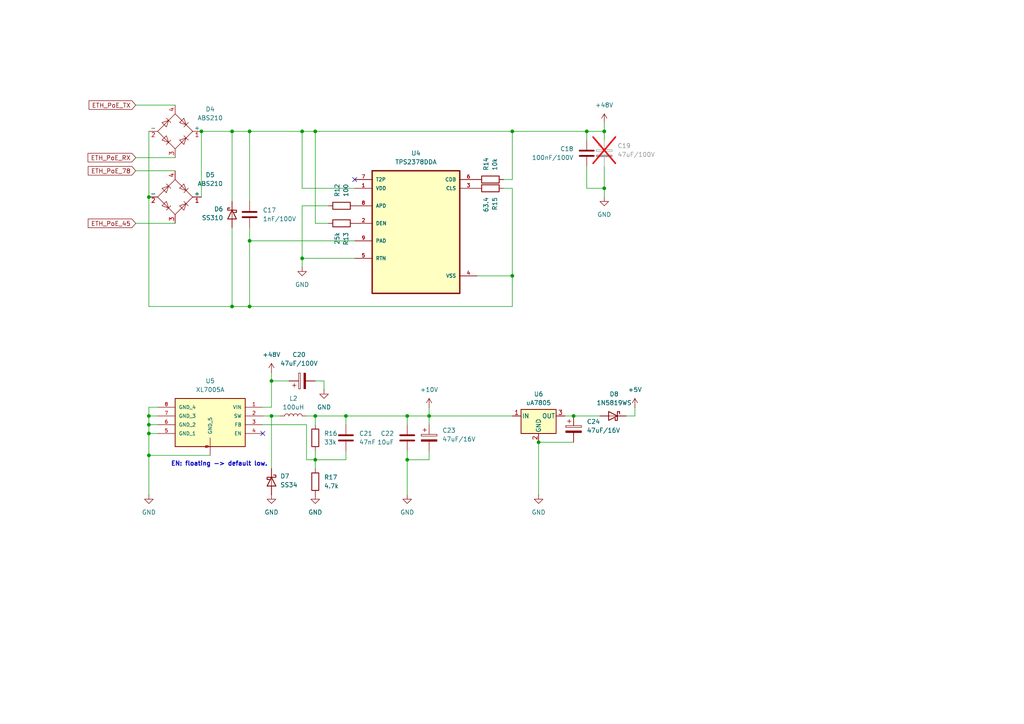
<source format=kicad_sch>
(kicad_sch (version 20231120) (generator "eeschema") (generator_version "8.0")
  (paper "A4")
  (lib_symbols
    (symbol "Device:C" (pin_numbers hide) (pin_names (offset 0.254))
      (property "Reference" "C" (at 0.635 2.54 0))
      (property "Value" "C" (at 0.635 -2.54 0))
      (symbol "C_0_1"
        (polyline (pts (xy -2.032 -0.762) (xy 2.032 -0.762)) (stroke (width 0.508)))
        (polyline (pts (xy -2.032 0.762) (xy 2.032 0.762)) (stroke (width 0.508)))
      )
      (symbol "C_1_1"
        (pin passive line (at 0 3.81 270) (length 2.794) (name "~") (number "1"))
        (pin passive line (at 0 -3.81 90) (length 2.794) (name "~") (number "2"))
      )
    )
    (symbol "Device:C_Polarized" (pin_numbers hide) (pin_names (offset 0.254))
      (property "Reference" "C" (at 0.635 2.54 0))
      (property "Value" "C_Polarized" (at 0.635 -2.54 0))
      (symbol "C_Polarized_0_1"
        (rectangle (start -2.286 0.508) (end 2.286 1.016))
        (polyline (pts (xy -1.778 2.286) (xy -0.762 2.286)))
        (polyline (pts (xy -1.27 2.794) (xy -1.27 1.778)))
        (rectangle (start 2.286 -0.508) (end -2.286 -1.016) (fill (type outline)))
      )
      (symbol "C_Polarized_1_1"
        (pin passive line (at 0 3.81 270) (length 2.794) (name "~") (number "1"))
        (pin passive line (at 0 -3.81 90) (length 2.794) (name "~") (number "2"))
      )
    )
    (symbol "Device:L" (pin_numbers hide) (pin_names (offset 1.016) hide)
      (property "Reference" "L" (at -1.27 0 90))
      (property "Value" "L" (at 1.905 0 90))
      (symbol "L_0_1"
        (arc (start 0 -2.54) (mid 0.6323 -1.905) (end 0 -1.27))
        (arc (start 0 -1.27) (mid 0.6323 -0.635) (end 0 0))
        (arc (start 0 0) (mid 0.6323 0.635) (end 0 1.27))
        (arc (start 0 1.27) (mid 0.6323 1.905) (end 0 2.54))
      )
      (symbol "L_1_1"
        (pin passive line (at 0 3.81 270) (length 1.27) (name "1") (number "1"))
        (pin passive line (at 0 -3.81 90) (length 1.27) (name "2") (number "2"))
      )
    )
    (symbol "Device:R" (pin_numbers hide) (pin_names (offset 0))
      (property "Reference" "R" (at 2.032 0 90))
      (property "Value" "R" (at 0 0 90))
      (symbol "R_0_1"
        (rectangle (start -1.016 -2.54) (end 1.016 2.54) (stroke (width 0.254)))
      )
      (symbol "R_1_1"
        (pin passive line (at 0 3.81 270) (length 1.27) (name "~") (number "1"))
        (pin passive line (at 0 -3.81 90) (length 1.27) (name "~") (number "2"))
      )
    )
    (symbol "Diode:1N5819WS" (pin_numbers hide) (pin_names (offset 1.016) hide)
      (property "Reference" "D" (at 0 2.54 0))
      (property "Value" "1N5819WS" (at 0 -2.54 0))
      (symbol "1N5819WS_0_1"
        (polyline (pts (xy 1.27 0) (xy -1.27 0)))
        (polyline (pts (xy 1.27 1.27) (xy 1.27 -1.27) (xy -1.27 0) (xy 1.27 1.27)) (stroke (width 0.254)))
        (polyline (pts (xy -1.905 0.635) (xy -1.905 1.27) (xy -1.27 1.27) (xy -1.27 -1.27) (xy -0.635 -1.27) (xy -0.635 -0.635)) (stroke (width 0.254)))
      )
      (symbol "1N5819WS_1_1"
        (pin passive line (at -3.81 0 0) (length 2.54) (name "K") (number "1"))
        (pin passive line (at 3.81 0 180) (length 2.54) (name "A") (number "2"))
      )
    )
    (symbol "Diode:SS310" (pin_numbers hide) (pin_names (offset 1.016) hide)
      (property "Reference" "D" (at 0 2.54 0))
      (property "Value" "SS310" (at 0 -2.54 0))
      (symbol "SS310_0_1"
        (polyline (pts (xy 1.27 0) (xy -1.27 0)))
        (polyline (pts (xy 1.27 1.27) (xy 1.27 -1.27) (xy -1.27 0) (xy 1.27 1.27)) (stroke (width 0.254)))
        (polyline (pts (xy -1.905 0.635) (xy -1.905 1.27) (xy -1.27 1.27) (xy -1.27 -1.27) (xy -0.635 -1.27) (xy -0.635 -0.635)) (stroke (width 0.254)))
      )
      (symbol "SS310_1_1"
        (pin passive line (at -3.81 0 0) (length 2.54) (name "K") (number "1"))
        (pin passive line (at 3.81 0 180) (length 2.54) (name "A") (number "2"))
      )
    )
    (symbol "Diode:SS34" (pin_numbers hide) (pin_names (offset 1.016) hide)
      (property "Reference" "D" (at 0 2.54 0))
      (property "Value" "SS34" (at 0 -2.54 0))
      (symbol "SS34_0_1"
        (polyline (pts (xy 1.27 0) (xy -1.27 0)))
        (polyline (pts (xy 1.27 1.27) (xy 1.27 -1.27) (xy -1.27 0) (xy 1.27 1.27)) (stroke (width 0.254)))
        (polyline (pts (xy -1.905 0.635) (xy -1.905 1.27) (xy -1.27 1.27) (xy -1.27 -1.27) (xy -0.635 -1.27) (xy -0.635 -0.635)) (stroke (width 0.254)))
      )
      (symbol "SS34_1_1"
        (pin passive line (at -3.81 0 0) (length 2.54) (name "K") (number "1"))
        (pin passive line (at 3.81 0 180) (length 2.54) (name "A") (number "2"))
      )
    )
    (symbol "Diode_Bridge:ABS2" (pin_names (offset 0))
      (property "Reference" "D" (at 2.54 6.985 0))
      (property "Value" "ABS2" (at 2.54 5.08 0))
      (symbol "ABS2_0_1"
        (polyline (pts (xy -2.54 3.81) (xy -1.27 2.54)))
        (polyline (pts (xy -1.27 -2.54) (xy -2.54 -3.81)))
        (polyline (pts (xy 2.54 -1.27) (xy 3.81 -2.54)))
        (polyline (pts (xy 2.54 1.27) (xy 3.81 2.54)))
        (polyline (pts (xy -3.81 2.54) (xy -2.54 1.27) (xy -1.905 3.175) (xy -3.81 2.54)))
        (polyline (pts (xy -2.54 -1.27) (xy -3.81 -2.54) (xy -1.905 -3.175) (xy -2.54 -1.27)))
        (polyline (pts (xy 1.27 2.54) (xy 2.54 3.81) (xy 3.175 1.905) (xy 1.27 2.54)))
        (polyline (pts (xy 3.175 -1.905) (xy 1.27 -2.54) (xy 2.54 -3.81) (xy 3.175 -1.905)))
        (polyline (pts (xy -5.08 0) (xy 0 -5.08) (xy 5.08 0) (xy 0 5.08) (xy -5.08 0)))
      )
      (symbol "ABS2_1_1"
        (pin passive line (at 7.62 0 180) (length 2.54) (name "+") (number "1"))
        (pin passive line (at -7.62 0 0) (length 2.54) (name "-") (number "2"))
        (pin passive line (at 0 -7.62 90) (length 2.54) (name "~") (number "3"))
        (pin passive line (at 0 7.62 270) (length 2.54) (name "~") (number "4"))
      )
    )
    (symbol "PoE_Controller:TPS2378DDA" (pin_names (offset 1.016))
      (property "Reference" "U" (at -12.7 18.78 0))
      (property "Value" "TPS2378DDA" (at -12.7 -21.78 0))
      (symbol "TPS2378DDA_0_0"
        (rectangle (start -12.7 17.78) (end 12.7 -17.78) (stroke (width 0.41)) (fill (type background)))
        (pin input line (at -17.78 12.7 0) (length 5.08) (name "VDD") (number "1"))
        (pin bidirectional line (at -17.78 2.54 0) (length 5.08) (name "DEN") (number "2"))
        (pin output line (at 17.78 12.7 180) (length 5.08) (name "CLS") (number "3"))
        (pin power_in line (at 17.78 -12.7 180) (length 5.08) (name "VSS") (number "4"))
        (pin bidirectional line (at -17.78 -7.62 0) (length 5.08) (name "RTN") (number "5"))
        (pin output line (at 17.78 15.24 180) (length 5.08) (name "CDB") (number "6"))
        (pin input line (at -17.78 15.24 0) (length 5.08) (name "T2P") (number "7"))
        (pin bidirectional line (at -17.78 7.62 0) (length 5.08) (name "APD") (number "8"))
        (pin bidirectional line (at -17.78 -2.54 0) (length 5.08) (name "PAD") (number "9"))
      )
    )
    (symbol "Power_CustomRegulators:XL7005A" (pin_names (offset 1.016))
      (property "Reference" "U" (at 0 7.112 0))
      (property "Value" "XL7005A" (at 0 4.572 0))
      (symbol "XL7005A_0_0"
        (rectangle (start -10.16 2.54) (end 10.16 -11.43) (stroke (width 0.254)) (fill (type background)))
        (pin bidirectional line (at -15.24 0 0) (length 5.08) (name "VIN") (number "1"))
        (pin bidirectional line (at -15.24 -2.54 0) (length 5.08) (name "SW") (number "2"))
        (pin bidirectional line (at -15.24 -5.08 0) (length 5.08) (name "FB") (number "3"))
        (pin bidirectional line (at -15.24 -7.62 0) (length 5.08) (name "EN") (number "4"))
        (pin bidirectional line (at 15.24 -7.62 180) (length 5.08) (name "GND_1") (number "5"))
        (pin bidirectional line (at 15.24 -5.08 180) (length 5.08) (name "GND_2") (number "6"))
        (pin bidirectional line (at 15.24 -2.54 180) (length 5.08) (name "GND_3") (number "7"))
        (pin bidirectional line (at 15.24 0 180) (length 5.08) (name "GND_4") (number "8"))
        (pin bidirectional line (at 0 -13.97 90) (length 5.08) (name "GND_5") (number "9"))
      )
    )
    (symbol "Regulator_Linear:uA7805" (pin_names (offset 0.254))
      (property "Reference" "U" (at -3.81 3.175 0))
      (property "Value" "uA7805" (at 0 3.175 0))
      (symbol "uA7805_0_1"
        (rectangle (start -5.08 1.905) (end 5.08 -5.08) (stroke (width 0.254)) (fill (type background)))
      )
      (symbol "uA7805_1_1"
        (pin power_in line (at -7.62 0 0) (length 2.54) (name "IN") (number "1"))
        (pin power_in line (at 0 -7.62 90) (length 2.54) (name "GND") (number "2"))
        (pin power_out line (at 7.62 0 180) (length 2.54) (name "OUT") (number "3"))
      )
    )
    (symbol "power:+10V" (power) (pin_numbers hide) (pin_names (offset 0) hide)
      (property "Value" "+10V" (at 0 3.556 0))
      (symbol "+10V_0_1"
        (polyline (pts (xy -0.762 1.27) (xy 0 2.54)))
        (polyline (pts (xy 0 0) (xy 0 2.54)))
        (polyline (pts (xy 0 2.54) (xy 0.762 1.27)))
      )
      (symbol "+10V_1_1"
        (pin power_in line (at 0 0 90) (length 0) (name "~") (number "1"))
      )
    )
    (symbol "power:+48V" (power) (pin_numbers hide) (pin_names (offset 0) hide)
      (property "Value" "+48V" (at 0 3.556 0))
      (symbol "+48V_0_1"
        (polyline (pts (xy -0.762 1.27) (xy 0 2.54)))
        (polyline (pts (xy 0 0) (xy 0 2.54)))
        (polyline (pts (xy 0 2.54) (xy 0.762 1.27)))
      )
      (symbol "+48V_1_1"
        (pin power_in line (at 0 0 90) (length 0) (name "~") (number "1"))
      )
    )
    (symbol "power:+5V" (power) (pin_numbers hide) (pin_names (offset 0) hide)
      (property "Value" "+5V" (at 0 3.556 0))
      (symbol "+5V_0_1"
        (polyline (pts (xy -0.762 1.27) (xy 0 2.54)))
        (polyline (pts (xy 0 0) (xy 0 2.54)))
        (polyline (pts (xy 0 2.54) (xy 0.762 1.27)))
      )
      (symbol "+5V_1_1"
        (pin power_in line (at 0 0 90) (length 0) (name "~") (number "1"))
      )
    )
    (symbol "power:GND" (power) (pin_numbers hide) (pin_names (offset 0) hide)
      (property "Value" "GND" (at 0 -3.81 0))
      (symbol "GND_0_1"
        (polyline (pts (xy 0 0) (xy 0 -1.27) (xy 1.27 -1.27) (xy 0 -2.54) (xy -1.27 -1.27) (xy 0 -1.27)))
      )
      (symbol "GND_1_1"
        (pin power_in line (at 0 0 270) (length 0) (name "~") (number "1"))
      )
    )
  )
  (junction (at 78.74 110.49))
  (junction (at 100.33 120.65))
  (junction (at 72.39 88.9))
  (junction (at 175.26 38.1))
  (junction (at 87.63 38.1))
  (junction (at 170.18 38.1))
  (junction (at 43.18 120.65))
  (junction (at 67.31 88.9))
  (junction (at 175.26 54.61))
  (junction (at 43.18 125.73))
  (junction (at 58.42 38.1))
  (junction (at 91.44 38.1))
  (junction (at 148.59 80.01))
  (junction (at 43.18 123.19))
  (junction (at 156.21 128.27))
  (junction (at 43.18 132.08))
  (junction (at 43.18 57.15))
  (junction (at 87.63 74.93))
  (junction (at 166.37 120.65))
  (junction (at 91.44 120.65))
  (junction (at 91.44 133.35))
  (junction (at 118.11 120.65))
  (junction (at 72.39 69.85))
  (junction (at 118.11 133.35))
  (junction (at 78.74 120.65))
  (junction (at 67.31 38.1))
  (junction (at 148.59 38.1))
  (junction (at 72.39 38.1))
  (junction (at 124.46 120.65))
  (no_connect (at 102.87 52.07))
  (no_connect (at 76.2 125.73))
  (wire (pts (xy 43.18 38.1) (xy 43.18 57.15)))
  (wire (pts (xy 87.63 38.1) (xy 91.44 38.1)))
  (wire (pts (xy 118.11 120.65) (xy 124.46 120.65)))
  (wire (pts (xy 88.9 133.35) (xy 91.44 133.35)))
  (wire (pts (xy 175.26 54.61) (xy 175.26 57.15)))
  (wire (pts (xy 43.18 123.19) (xy 45.72 123.19)))
  (wire (pts (xy 91.44 120.65) (xy 100.33 120.65)))
  (wire (pts (xy 148.59 52.07) (xy 148.59 38.1)))
  (wire (pts (xy 184.15 118.11) (xy 184.15 120.65)))
  (wire (pts (xy 124.46 133.35) (xy 118.11 133.35)))
  (wire (pts (xy 78.74 110.49) (xy 83.82 110.49)))
  (wire (pts (xy 181.61 120.65) (xy 184.15 120.65)))
  (wire (pts (xy 58.42 38.1) (xy 67.31 38.1)))
  (wire (pts (xy 76.2 118.11) (xy 78.74 118.11)))
  (wire (pts (xy 72.39 66.04) (xy 72.39 69.85)))
  (wire (pts (xy 91.44 135.89) (xy 91.44 133.35)))
  (wire (pts (xy 78.74 120.65) (xy 76.2 120.65)))
  (wire (pts (xy 93.98 113.03) (xy 93.98 110.49)))
  (wire (pts (xy 39.37 30.48) (xy 50.8 30.48)))
  (wire (pts (xy 100.33 130.81) (xy 100.33 133.35)))
  (wire (pts (xy 166.37 120.65) (xy 173.99 120.65)))
  (wire (pts (xy 91.44 133.35) (xy 91.44 130.81)))
  (wire (pts (xy 118.11 123.19) (xy 118.11 120.65)))
  (wire (pts (xy 175.26 48.26) (xy 175.26 54.61)))
  (wire (pts (xy 175.26 40.64) (xy 175.26 38.1)))
  (wire (pts (xy 170.18 54.61) (xy 175.26 54.61)))
  (wire (pts (xy 72.39 38.1) (xy 87.63 38.1)))
  (wire (pts (xy 175.26 38.1) (xy 170.18 38.1)))
  (wire (pts (xy 170.18 38.1) (xy 170.18 40.64)))
  (wire (pts (xy 163.83 120.65) (xy 166.37 120.65)))
  (wire (pts (xy 58.42 38.1) (xy 58.42 57.15)))
  (wire (pts (xy 67.31 88.9) (xy 72.39 88.9)))
  (wire (pts (xy 100.33 133.35) (xy 91.44 133.35)))
  (wire (pts (xy 43.18 57.15) (xy 43.18 88.9)))
  (wire (pts (xy 43.18 88.9) (xy 67.31 88.9)))
  (wire (pts (xy 91.44 123.19) (xy 91.44 120.65)))
  (wire (pts (xy 156.21 128.27) (xy 166.37 128.27)))
  (wire (pts (xy 43.18 118.11) (xy 43.18 120.65)))
  (wire (pts (xy 43.18 125.73) (xy 45.72 125.73)))
  (wire (pts (xy 91.44 38.1) (xy 91.44 64.77)))
  (wire (pts (xy 78.74 110.49) (xy 78.74 118.11)))
  (wire (pts (xy 78.74 107.95) (xy 78.74 110.49)))
  (wire (pts (xy 76.2 123.19) (xy 88.9 123.19)))
  (wire (pts (xy 124.46 130.81) (xy 124.46 133.35)))
  (wire (pts (xy 170.18 38.1) (xy 148.59 38.1)))
  (wire (pts (xy 124.46 118.11) (xy 124.46 120.65)))
  (wire (pts (xy 100.33 120.65) (xy 118.11 120.65)))
  (wire (pts (xy 138.43 80.01) (xy 148.59 80.01)))
  (wire (pts (xy 43.18 123.19) (xy 43.18 125.73)))
  (wire (pts (xy 156.21 128.27) (xy 156.21 143.51)))
  (wire (pts (xy 95.25 64.77) (xy 91.44 64.77)))
  (wire (pts (xy 67.31 38.1) (xy 67.31 58.42)))
  (wire (pts (xy 39.37 45.72) (xy 50.8 45.72)))
  (wire (pts (xy 43.18 132.08) (xy 60.96 132.08)))
  (wire (pts (xy 102.87 54.61) (xy 87.63 54.61)))
  (wire (pts (xy 95.25 59.69) (xy 87.63 59.69)))
  (wire (pts (xy 87.63 74.93) (xy 102.87 74.93)))
  (wire (pts (xy 100.33 123.19) (xy 100.33 120.65)))
  (wire (pts (xy 43.18 120.65) (xy 45.72 120.65)))
  (wire (pts (xy 124.46 120.65) (xy 148.59 120.65)))
  (wire (pts (xy 118.11 133.35) (xy 118.11 143.51)))
  (wire (pts (xy 72.39 69.85) (xy 102.87 69.85)))
  (wire (pts (xy 148.59 54.61) (xy 148.59 80.01)))
  (wire (pts (xy 72.39 69.85) (xy 72.39 88.9)))
  (wire (pts (xy 87.63 54.61) (xy 87.63 38.1)))
  (wire (pts (xy 148.59 54.61) (xy 146.05 54.61)))
  (wire (pts (xy 175.26 35.56) (xy 175.26 38.1)))
  (wire (pts (xy 72.39 88.9) (xy 148.59 88.9)))
  (wire (pts (xy 39.37 64.77) (xy 50.8 64.77)))
  (wire (pts (xy 87.63 59.69) (xy 87.63 74.93)))
  (wire (pts (xy 43.18 125.73) (xy 43.18 132.08)))
  (wire (pts (xy 39.37 49.53) (xy 50.8 49.53)))
  (wire (pts (xy 43.18 143.51) (xy 43.18 132.08)))
  (wire (pts (xy 81.28 120.65) (xy 78.74 120.65)))
  (wire (pts (xy 91.44 120.65) (xy 88.9 120.65)))
  (wire (pts (xy 45.72 118.11) (xy 43.18 118.11)))
  (wire (pts (xy 91.44 110.49) (xy 93.98 110.49)))
  (wire (pts (xy 88.9 123.19) (xy 88.9 133.35)))
  (wire (pts (xy 87.63 74.93) (xy 87.63 77.47)))
  (wire (pts (xy 146.05 52.07) (xy 148.59 52.07)))
  (wire (pts (xy 78.74 120.65) (xy 78.74 135.89)))
  (wire (pts (xy 118.11 130.81) (xy 118.11 133.35)))
  (wire (pts (xy 148.59 38.1) (xy 91.44 38.1)))
  (wire (pts (xy 124.46 123.19) (xy 124.46 120.65)))
  (wire (pts (xy 67.31 38.1) (xy 72.39 38.1)))
  (wire (pts (xy 67.31 66.04) (xy 67.31 88.9)))
  (wire (pts (xy 72.39 38.1) (xy 72.39 58.42)))
  (wire (pts (xy 43.18 120.65) (xy 43.18 123.19)))
  (wire (pts (xy 170.18 48.26) (xy 170.18 54.61)))
  (wire (pts (xy 148.59 80.01) (xy 148.59 88.9)))
  (text "EN: floating -> default low." (at 49.53 134.62 0) (effects (font (size 1.27 1.27) (thickness 0.254) (bold yes)) (justify left)))
  (global_label "ETH_PoE_RX" (shape input) (at 39.37 45.72 180) (property "Intersheetrefs" "${INTERSHEET_REFS}" (effects (hide yes))))
  (global_label "ETH_PoE_TX" (shape input) (at 39.37 30.48 180) (property "Intersheetrefs" "${INTERSHEET_REFS}" (effects (hide yes))))
  (global_label "ETH_PoE_45" (shape input) (at 39.37 64.77 180) (property "Intersheetrefs" "${INTERSHEET_REFS}" (effects (hide yes))))
  (global_label "ETH_PoE_78" (shape input) (at 39.37 49.53 180) (property "Intersheetrefs" "${INTERSHEET_REFS}" (effects (hide yes))))
  (symbol (lib_id "power:GND") (at 156.21 143.51 0) (unit 1)
    (property "Reference" "#PWR031" (effects (hide yes)))
    (property "Value" "GND" (at 156.21 148.59 0))
    (property "Description" "Power symbol creates a global label with name \"GND\" , ground" (effects (hide yes)))
  )
  (symbol (lib_id "Device:R") (at 91.44 127 0) (unit 1)
    (property "Reference" "R16" (at 93.98 125.7299 0) (effects (justify left)))
    (property "Value" "33k" (at 93.98 128.2699 0) (effects (justify left)))
    (property "Footprint" "Resistor_SMD:R_0603_1608Metric" (effects (hide yes)))
    (property "Description" "Resistor" (effects (hide yes)))
  )
  (symbol (lib_id "Diode:SS34") (at 78.74 139.7 270) (unit 1)
    (property "Reference" "D7" (at 81.28 138.1124 90) (effects (justify left)))
    (property "Value" "SS34" (at 81.28 140.6524 90) (effects (justify left)))
    (property "Footprint" "Diode_SMD:D_SMA" (effects (hide yes)))
    (property "Datasheet" "https://www.vishay.com/docs/88751/ss32.pdf" (effects (hide yes)))
    (property "Description" "40V 3A Schottky Diode, SMA" (effects (hide yes)))
  )
  (symbol (lib_id "power:+5V") (at 184.15 118.11 0) (unit 1)
    (property "Reference" "#PWR030" (effects (hide yes)))
    (property "Value" "+5V" (at 184.15 113.03 0))
    (property "Description" "Power symbol creates a global label with name \"+5V\"" (effects (hide yes)))
  )
  (symbol (lib_id "PoE_Controller:TPS2378DDA") (at 120.65 67.31 0) (unit 1)
    (property "Reference" "U4" (at 120.65 44.45 0))
    (property "Value" "TPS2378DDA" (at 120.65 46.99 0))
    (property "Footprint" "Package_SO:HSOP-8-1EP_3.9x4.9mm_P1.27mm_EP2.41x3.1mm" (effects (hide yes)))
    (property "MF" "Texas Instruments" (effects (hide yes)))
    (property "Description_1" "\nIEEE 802.3at PoE High-Power PD interface with AUX Control\n" (effects (hide yes)))
    (property "Package" "HSOIC-8 Texas Instruments" (effects (hide yes)))
    (property "Price" "None" (effects (hide yes)))
    (property "SnapEDA_Link" "https://www.snapeda.com/parts/TPS2378DDA/Texas+Instruments/view-part/?ref=snap" (effects (hide yes)))
    (property "MP" "TPS2378DDA" (effects (hide yes)))
    (property "Purchase-URL" "https://www.snapeda.com/api/url_track_click_mouser/?unipart_id=498179&manufacturer=Texas Instruments&part_name=TPS2378DDA&search_term=None" (effects (hide yes)))
    (property "Availability" "In Stock" (effects (hide yes)))
    (property "Check_prices" "https://www.snapeda.com/parts/TPS2378DDA/Texas+Instruments/view-part/?ref=eda" (effects (hide yes)))
  )
  (symbol (lib_id "Device:R") (at 142.24 54.61 270) (unit 1)
    (property "Reference" "R15" (at 143.5101 57.15 0) (effects (justify left)))
    (property "Value" "63.4" (at 140.9701 57.15 0) (effects (justify left)))
    (property "Footprint" "Resistor_SMD:R_0603_1608Metric" (effects (hide yes)))
    (property "Description" "Resistor" (effects (hide yes)))
  )
  (symbol (lib_id "Diode:SS310") (at 67.31 62.23 90) (mirror x) (unit 1)
    (property "Reference" "D6" (at 64.77 60.6424 90) (effects (justify left)))
    (property "Value" "SS310" (at 64.77 63.1824 90) (effects (justify left)))
    (property "Footprint" "Diode_SMD:D_SMA" (effects (hide yes)))
    (property "Datasheet" "https://www.microdiode.com/uploadfiles//PDF/SS32-THRU-SS3200-SMA.pdf" (effects (hide yes)))
    (property "Description" "100V 3A Schottky Diode, SMA" (effects (hide yes)))
  )
  (symbol (lib_id "Device:C") (at 118.11 127 0) (mirror y) (unit 1)
    (property "Reference" "C22" (at 114.3 125.7299 0) (effects (justify left)))
    (property "Value" "10uF" (at 114.3 128.2699 0) (effects (justify left)))
    (property "Footprint" "Capacitor_SMD:C_0603_1608Metric" (effects (hide yes)))
    (property "Description" "Unpolarized capacitor" (effects (hide yes)))
  )
  (symbol (lib_id "power:GND") (at 93.98 113.03 0) (unit 1)
    (property "Reference" "#PWR027" (effects (hide yes)))
    (property "Value" "GND" (at 93.98 118.11 0))
    (property "Description" "Power symbol creates a global label with name \"GND\" , ground" (effects (hide yes)))
  )
  (symbol (lib_id "Device:R") (at 142.24 52.07 90) (unit 1)
    (property "Reference" "R14" (at 140.9699 49.53 0) (effects (justify left)))
    (property "Value" "10k" (at 143.5099 49.53 0) (effects (justify left)))
    (property "Footprint" "Resistor_SMD:R_0603_1608Metric" (effects (hide yes)))
    (property "Description" "Resistor" (effects (hide yes)))
  )
  (symbol (lib_id "Device:L") (at 85.09 120.65 90) (unit 1)
    (property "Reference" "L2" (at 85.09 115.57 90))
    (property "Value" "100uH" (at 85.09 118.11 90))
    (property "Footprint" "Custom_Inductors:L_CD32" (effects (hide yes)))
    (property "Description" "Inductor" (effects (hide yes)))
  )
  (symbol (lib_id "power:+48V") (at 175.26 35.56 0) (unit 1)
    (property "Reference" "#PWR023" (effects (hide yes)))
    (property "Value" "+48V" (at 175.26 30.48 0))
    (property "Description" "Power symbol creates a global label with name \"+48V\"" (effects (hide yes)))
  )
  (symbol (lib_id "power:GND") (at 91.44 143.51 0) (unit 1)
    (property "Reference" "#PWR026" (effects (hide yes)))
    (property "Value" "GND" (at 91.44 148.59 0))
    (property "Description" "Power symbol creates a global label with name \"GND\" , ground" (effects (hide yes)))
  )
  (symbol (lib_id "Regulator_Linear:uA7805") (at 156.21 120.65 0) (unit 1)
    (property "Reference" "U6" (at 156.21 114.3 0))
    (property "Value" "uA7805" (at 156.21 116.84 0))
    (property "Footprint" "Package_TO_SOT_SMD:TO-252-2" (effects (hide yes)))
    (property "Datasheet" "http://www.ti.com/lit/ds/symlink/ua78.pdf" (effects (hide yes)))
    (property "Description" "Positive 1A 35V Linear Regulator, Fixed Output 5V, TO-220/TO-263" (effects (hide yes)))
  )
  (symbol (lib_id "Power_CustomRegulators:XL7005A") (at 60.96 118.11 0) (mirror y) (unit 1)
    (property "Reference" "U5" (at 60.96 110.49 0))
    (property "Value" "XL7005A" (at 60.96 113.03 0))
    (property "Footprint" "Package_SO:HSOP-8-1EP_3.9x4.9mm_P1.27mm_EP2.3x2.3mm" (effects (hide yes)))
    (property "Manufacturer_Name" "XLSEMI" (effects (hide yes)))
    (property "MF" "XLSEMI" (effects (hide yes)))
    (property "Description_1" "\nhttps://snapeda.s3.amazonaws.com/datasheet/XL7005A_datasheet-English.pdf\n" (effects (hide yes)))
    (property "Price" "None" (effects (hide yes)))
    (property "Package" "Package" (effects (hide yes)))
    (property "Check_prices" "https://www.snapeda.com/parts/XL7005A/XLSEMI/view-part/?ref=eda" (effects (hide yes)))
    (property "Height" "1.75mm" (effects (hide yes)))
    (property "MP" "XL7005A" (effects (hide yes)))
    (property "SnapEDA_Link" "https://www.snapeda.com/parts/XL7005A/XLSEMI/view-part/?ref=snap" (effects (hide yes)))
    (property "Availability" "Not in stock" (effects (hide yes)))
    (property "Manufacturer_Part_Number" "XL7005A" (effects (hide yes)))
  )
  (symbol (lib_id "Device:C") (at 72.39 62.23 0) (unit 1)
    (property "Reference" "C17" (at 76.2 60.9599 0) (effects (justify left)))
    (property "Value" "1nF/100V" (at 76.2 63.4999 0) (effects (justify left)))
    (property "Footprint" "Capacitor_SMD:C_0603_1608Metric" (effects (hide yes)))
    (property "Description" "Unpolarized capacitor" (effects (hide yes)))
  )
  (symbol (lib_id "Device:R") (at 99.06 59.69 90) (unit 1)
    (property "Reference" "R12" (at 97.7899 57.15 0) (effects (justify left)))
    (property "Value" "100" (at 100.3299 57.15 0) (effects (justify left)))
    (property "Footprint" "Resistor_SMD:R_0603_1608Metric" (effects (hide yes)))
    (property "Description" "Resistor" (effects (hide yes)))
  )
  (symbol (lib_id "Device:C") (at 100.33 127 0) (unit 1)
    (property "Reference" "C21" (at 104.14 125.7299 0) (effects (justify left)))
    (property "Value" "47nF" (at 104.14 128.2699 0) (effects (justify left)))
    (property "Footprint" "Capacitor_SMD:C_0603_1608Metric" (effects (hide yes)))
    (property "Description" "Unpolarized capacitor" (effects (hide yes)))
  )
  (symbol (lib_id "Diode:1N5819WS") (at 177.8 120.65 0) (mirror y) (unit 1)
    (property "Reference" "D8" (at 178.1175 114.3 0))
    (property "Value" "1N5819WS" (at 178.1175 116.84 0))
    (property "Footprint" "Diode_SMD:D_SOD-323" (effects (hide yes)))
    (property "Datasheet" "https://datasheet.lcsc.com/lcsc/2204281430_Guangdong-Hottech-1N5819WS_C191023.pdf" (effects (hide yes)))
    (property "Description" "40V 600mV@1A 1A SOD-323 Schottky Barrier Diodes, SOD-323" (effects (hide yes)))
  )
  (symbol (lib_id "Diode_Bridge:ABS2") (at 50.8 57.15 0) (unit 1)
    (property "Reference" "D5" (at 60.96 50.7298 0))
    (property "Value" "ABS210" (at 60.96 53.2698 0))
    (property "Footprint" "Diode_SMD:Diode_Bridge_Diotec_ABS" (effects (hide yes)))
    (property "Datasheet" "https://diotec.com/tl_files/diotec/files/pdf/datasheets/abs2.pdf" (effects (hide yes)))
    (property "Description" "Miniature Glass Passivated Single-Phase Surface Mount Bridge Rectifiers, 140V Vrms, 0.8A If, ABS SMD package" (effects (hide yes)))
  )
  (symbol (lib_id "power:GND") (at 78.74 143.51 0) (unit 1)
    (property "Reference" "#PWR025" (effects (hide yes)))
    (property "Value" "GND" (at 78.74 148.59 0))
    (property "Description" "Power symbol creates a global label with name \"GND\" , ground" (effects (hide yes)))
  )
  (symbol (lib_id "Device:C_Polarized") (at 124.46 127 0) (unit 1)
    (property "Reference" "C23" (at 128.27 124.8409 0) (effects (justify left)))
    (property "Value" "47uF/16V" (at 128.27 127.3809 0) (effects (justify left)))
    (property "Footprint" "Capacitor_SMD:CP_Elec_5x5.4" (effects (hide yes)))
    (property "Description" "Polarized capacitor" (effects (hide yes)))
  )
  (symbol (lib_id "Device:C_Polarized") (at 166.37 124.46 0) (unit 1)
    (property "Reference" "C24" (at 170.18 122.3009 0) (effects (justify left)))
    (property "Value" "47uF/16V" (at 170.18 124.8409 0) (effects (justify left)))
    (property "Footprint" "Capacitor_SMD:CP_Elec_5x5.4" (effects (hide yes)))
    (property "Description" "Polarized capacitor" (effects (hide yes)))
  )
  (symbol (lib_id "Device:R") (at 91.44 139.7 0) (unit 1)
    (property "Reference" "R17" (at 93.98 138.4299 0) (effects (justify left)))
    (property "Value" "4.7k" (at 93.98 140.9699 0) (effects (justify left)))
    (property "Footprint" "Resistor_SMD:R_0603_1608Metric" (effects (hide yes)))
    (property "Description" "Resistor" (effects (hide yes)))
  )
  (symbol (lib_id "power:GND") (at 175.26 57.15 0) (mirror y) (unit 1)
    (property "Reference" "#PWR022" (effects (hide yes)))
    (property "Value" "GND" (at 175.26 62.23 0))
    (property "Description" "Power symbol creates a global label with name \"GND\" , ground" (effects (hide yes)))
  )
  (symbol (lib_id "power:GND") (at 43.18 143.51 0) (unit 1)
    (property "Reference" "#PWR020" (effects (hide yes)))
    (property "Value" "GND" (at 43.18 148.59 0))
    (property "Description" "Power symbol creates a global label with name \"GND\" , ground" (effects (hide yes)))
  )
  (symbol (lib_id "Device:R") (at 99.06 64.77 270) (unit 1)
    (property "Reference" "R13" (at 100.3301 67.31 0) (effects (justify left)))
    (property "Value" "25k" (at 97.7901 67.31 0) (effects (justify left)))
    (property "Footprint" "Resistor_SMD:R_0603_1608Metric" (effects (hide yes)))
    (property "Description" "Resistor" (effects (hide yes)))
  )
  (symbol (lib_id "power:GND") (at 118.11 143.51 0) (unit 1)
    (property "Reference" "#PWR028" (effects (hide yes)))
    (property "Value" "GND" (at 118.11 148.59 0))
    (property "Description" "Power symbol creates a global label with name \"GND\" , ground" (effects (hide yes)))
  )
  (symbol (lib_id "power:+48V") (at 78.74 107.95 0) (unit 1)
    (property "Reference" "#PWR024" (effects (hide yes)))
    (property "Value" "+48V" (at 78.74 102.87 0))
    (property "Description" "Power symbol creates a global label with name \"+48V\"" (effects (hide yes)))
  )
  (symbol (lib_id "Device:C") (at 170.18 44.45 0) (mirror y) (unit 1)
    (property "Reference" "C18" (at 166.37 43.1799 0) (effects (justify left)))
    (property "Value" "100nF/100V" (at 166.37 45.7199 0) (effects (justify left)))
    (property "Footprint" "Capacitor_SMD:C_0603_1608Metric" (effects (hide yes)))
    (property "Description" "Unpolarized capacitor" (effects (hide yes)))
  )
  (symbol (lib_id "Diode_Bridge:ABS2") (at 50.8 38.1 0) (unit 1)
    (property "Reference" "D4" (at 60.96 31.6798 0))
    (property "Value" "ABS210" (at 60.96 34.2198 0))
    (property "Footprint" "Diode_SMD:Diode_Bridge_Diotec_ABS" (effects (hide yes)))
    (property "Datasheet" "https://diotec.com/tl_files/diotec/files/pdf/datasheets/abs2.pdf" (effects (hide yes)))
    (property "Description" "Miniature Glass Passivated Single-Phase Surface Mount Bridge Rectifiers, 140V Vrms, 0.8A If, ABS SMD package" (effects (hide yes)))
  )
  (symbol (lib_id "Device:C_Polarized") (at 175.26 44.45 0) (unit 1) (on_board no) (dnp yes)
    (property "Reference" "C19" (at 179.07 42.2909 0) (effects (justify left)))
    (property "Value" "47uF/100V" (at 179.07 44.8309 0) (effects (justify left)))
    (property "Footprint" "Capacitor_SMD:CP_Elec_8x10.5" (effects (hide yes)))
    (property "Description" "Polarized capacitor" (effects (hide yes)))
  )
  (symbol (lib_id "Device:C_Polarized") (at 87.63 110.49 90) (unit 1)
    (property "Reference" "C20" (at 86.741 102.87 90))
    (property "Value" "47uF/100V" (at 86.741 105.41 90))
    (property "Footprint" "Capacitor_SMD:CP_Elec_8x10.5" (effects (hide yes)))
    (property "Description" "Polarized capacitor" (effects (hide yes)))
  )
  (symbol (lib_id "power:+10V") (at 124.46 118.11 0) (unit 1)
    (property "Reference" "#PWR029" (effects (hide yes)))
    (property "Value" "+10V" (at 124.46 113.03 0))
    (property "Description" "Power symbol creates a global label with name \"+10V\"" (effects (hide yes)))
  )
  (symbol (lib_id "power:GND") (at 87.63 77.47 0) (mirror y) (unit 1)
    (property "Reference" "#PWR021" (effects (hide yes)))
    (property "Value" "GND" (at 87.63 82.55 0))
    (property "Description" "Power symbol creates a global label with name \"GND\" , ground" (effects (hide yes)))
  )
)
</source>
